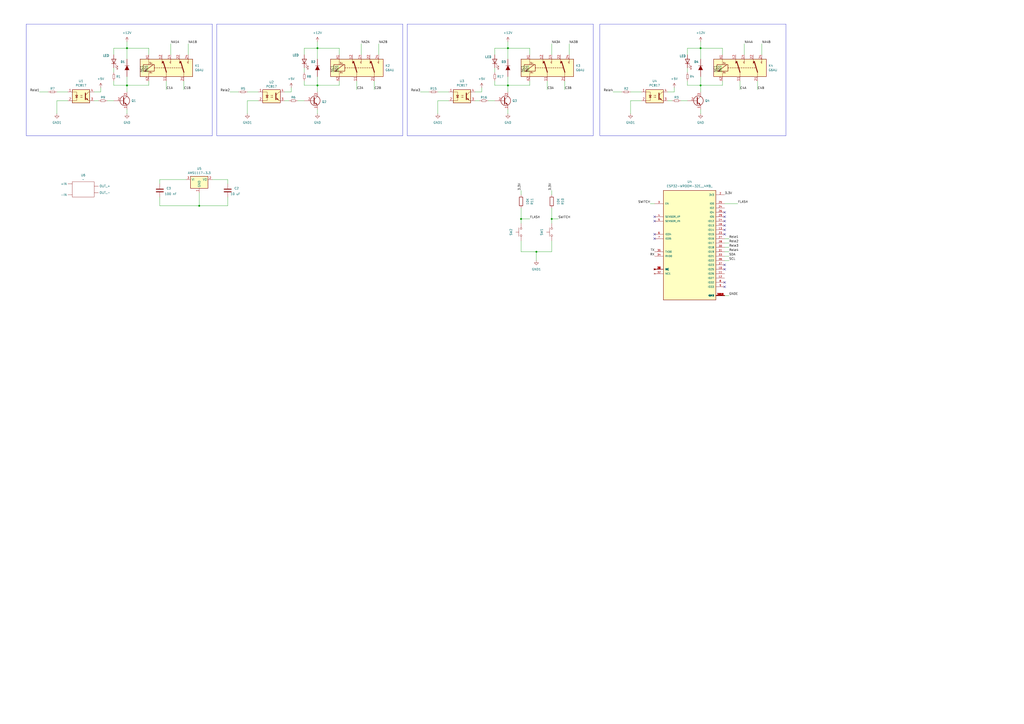
<source format=kicad_sch>
(kicad_sch (version 20250114) (generator "eeschema") (generator_version "9.0")
  (paper "A2")
  (lib_symbols
    (symbol "Connector:Conn_01x04_Pin" (pin_names (offset 1.016) (hide yes))
      (property "Reference" "J" (at 0 5.08 0))
      (property "Value" "Conn_01x04_Pin" (at 0 -7.62 0))
      (symbol "Conn_01x04_Pin_1_1"
        (rectangle (start 0.8636 2.667) (end 0 2.413) (stroke (width 0.1524)) (fill (type outline)))
        (rectangle (start 0.8636 0.127) (end 0 -0.127) (stroke (width 0.1524)) (fill (type outline)))
        (rectangle (start 0.8636 -2.413) (end 0 -2.667) (stroke (width 0.1524)) (fill (type outline)))
        (rectangle (start 0.8636 -4.953) (end 0 -5.207) (stroke (width 0.1524)) (fill (type outline)))
        (polyline (pts (xy 1.27 2.54) (xy 0.8636 2.54)) (stroke (width 0.1524)))
        (polyline (pts (xy 1.27 0) (xy 0.8636 0)) (stroke (width 0.1524)))
        (polyline (pts (xy 1.27 -2.54) (xy 0.8636 -2.54)) (stroke (width 0.1524)))
        (polyline (pts (xy 1.27 -5.08) (xy 0.8636 -5.08)) (stroke (width 0.1524)))
        (pin passive line (at 5.08 2.54 180) (length 3.81) (name "Pin_1") (number "1"))
        (pin passive line (at 5.08 0 180) (length 3.81) (name "Pin_2") (number "2"))
        (pin passive line (at 5.08 -2.54 180) (length 3.81) (name "Pin_3") (number "3"))
        (pin passive line (at 5.08 -5.08 180) (length 3.81) (name "Pin_4") (number "4"))
      )
    )
    (symbol "Connector:Screw_Terminal_01x02" (pin_names (offset 1.016) (hide yes))
      (property "Reference" "J" (at 0 2.54 0))
      (property "Value" "Screw_Terminal_01x02" (at 0 -5.08 0))
      (symbol "Screw_Terminal_01x02_1_1"
        (rectangle (start -1.27 1.27) (end 1.27 -3.81) (stroke (width 0.254)) (fill (type background)))
        (polyline (pts (xy -0.5334 0.3302) (xy 0.3302 -0.508)) (stroke (width 0.1524)))
        (polyline (pts (xy -0.5334 -2.2098) (xy 0.3302 -3.048)) (stroke (width 0.1524)))
        (polyline (pts (xy -0.3556 0.508) (xy 0.508 -0.3302)) (stroke (width 0.1524)))
        (polyline (pts (xy -0.3556 -2.032) (xy 0.508 -2.8702)) (stroke (width 0.1524)))
        (circle (center 0 0) (radius 0.635) (stroke (width 0.1524)))
        (circle (center 0 -2.54) (radius 0.635) (stroke (width 0.1524)))
        (pin passive line (at -5.08 0 0) (length 3.81) (name "Pin_1") (number "1"))
        (pin passive line (at -5.08 -2.54 0) (length 3.81) (name "Pin_2") (number "2"))
      )
    )
    (symbol "Connector_Generic:Conn_02x02_Counter_Clockwise" (pin_names (offset 1.016) (hide yes))
      (property "Reference" "J" (at 1.27 2.54 0))
      (property "Value" "Conn_02x02_Counter_Clockwise" (at 1.27 -5.08 0))
      (symbol "Conn_02x02_Counter_Clockwise_1_1"
        (rectangle (start -1.27 1.27) (end 3.81 -3.81) (stroke (width 0.254)) (fill (type background)))
        (rectangle (start -1.27 0.127) (end 0 -0.127) (stroke (width 0.1524)))
        (rectangle (start -1.27 -2.413) (end 0 -2.667) (stroke (width 0.1524)))
        (rectangle (start 3.81 0.127) (end 2.54 -0.127) (stroke (width 0.1524)))
        (rectangle (start 3.81 -2.413) (end 2.54 -2.667) (stroke (width 0.1524)))
        (pin passive line (at -5.08 0 0) (length 3.81) (name "Pin_1") (number "1"))
        (pin passive line (at -5.08 -2.54 0) (length 3.81) (name "Pin_2") (number "2"))
        (pin passive line (at 7.62 0 180) (length 3.81) (name "Pin_4") (number "4"))
        (pin passive line (at 7.62 -2.54 180) (length 3.81) (name "Pin_3") (number "3"))
      )
    )
    (symbol "Device:C" (pin_numbers (hide yes)) (pin_names (offset 0.254))
      (property "Reference" "C" (at 0.635 2.54 0))
      (property "Value" "C" (at 0.635 -2.54 0))
      (symbol "C_0_1"
        (polyline (pts (xy -2.032 0.762) (xy 2.032 0.762)) (stroke (width 0.508)))
        (polyline (pts (xy -2.032 -0.762) (xy 2.032 -0.762)) (stroke (width 0.508)))
      )
      (symbol "C_1_1"
        (pin passive line (at 0 3.81 270) (length 2.794) (name "~") (number "1"))
        (pin passive line (at 0 -3.81 90) (length 2.794) (name "~") (number "2"))
      )
    )
    (symbol "Device:LED" (pin_numbers (hide yes)) (pin_names (offset 1.016) (hide yes))
      (property "Reference" "D" (at 0 2.54 0))
      (property "Value" "LED" (at 0 -2.54 0))
      (symbol "LED_0_1"
        (polyline (pts (xy -3.048 -0.762) (xy -4.572 -2.286) (xy -3.81 -2.286) (xy -4.572 -2.286) (xy -4.572 -1.524)))
        (polyline (pts (xy -1.778 -0.762) (xy -3.302 -2.286) (xy -2.54 -2.286) (xy -3.302 -2.286) (xy -3.302 -1.524)))
        (polyline (pts (xy -1.27 0) (xy 1.27 0)))
        (polyline (pts (xy -1.27 -1.27) (xy -1.27 1.27)) (stroke (width 0.254)))
        (polyline (pts (xy 1.27 -1.27) (xy 1.27 1.27) (xy -1.27 0) (xy 1.27 -1.27)) (stroke (width 0.254)))
      )
      (symbol "LED_1_1"
        (pin passive line (at -3.81 0 0) (length 2.54) (name "K") (number "1"))
        (pin passive line (at 3.81 0 180) (length 2.54) (name "A") (number "2"))
      )
    )
    (symbol "Device:R" (pin_numbers (hide yes)) (pin_names (offset 0))
      (property "Reference" "R" (at 2.032 0 90))
      (property "Value" "R" (at 0 0 90))
      (symbol "R_0_1"
        (rectangle (start -1.016 -2.54) (end 1.016 2.54) (stroke (width 0.254)))
      )
      (symbol "R_1_1"
        (pin passive line (at 0 3.81 270) (length 1.27) (name "~") (number "1"))
        (pin passive line (at 0 -3.81 90) (length 1.27) (name "~") (number "2"))
      )
    )
    (symbol "EESTN5:DIODE" (pin_numbers (hide yes)) (pin_names (offset 1.016) (hide yes))
      (property "Reference" "D" (at 0 2.54 0))
      (property "Value" "DIODE" (at 0 -2.54 0))
      (symbol "DIODE_0_1"
        (polyline (pts (xy -1.27 1.27) (xy 1.27 0) (xy -1.27 -1.27)) (fill (type outline)))
        (polyline (pts (xy 1.27 1.27) (xy 1.27 -1.27)) (stroke (width 0.1524)))
      )
      (symbol "DIODE_1_1"
        (pin passive line (at -5.08 0 0) (length 3.81) (name "A") (number "1"))
        (pin passive line (at 5.08 0 180) (length 3.81) (name "K") (number "2"))
      )
    )
    (symbol "EESTN5:R" (pin_numbers (hide yes)) (pin_names (offset 0))
      (property "Reference" "R" (at -1.27 0 90))
      (property "Value" "R" (at 1.27 0 90))
      (symbol "R_0_1"
        (rectangle (start 0.508 1.27) (end -0.508 -1.27))
      )
      (symbol "R_1_1"
        (pin passive line (at 0 2.54 270) (length 1.27) (name "~") (number "1"))
        (pin passive line (at 0 -2.54 90) (length 1.27) (name "~") (number "2"))
      )
    )
    (symbol "EESTN5:SW_Push" (pin_numbers (hide yes)) (pin_names (offset 1.016) (hide yes))
      (property "Reference" "SW" (at 1.27 2.54 0))
      (symbol "SW_Push_0_1"
        (circle (center -2.032 0) (radius 0.508))
        (polyline (pts (xy 0 1.27) (xy 0 3.048)))
        (circle (center 2.032 0) (radius 0.508))
        (polyline (pts (xy 2.54 1.27) (xy -2.54 1.27)))
        (pin passive line (at -5.08 0 0) (length 2.54) (name "1") (number "1"))
        (pin passive line (at 5.08 0 180) (length 2.54) (name "2") (number "2"))
      )
    )
    (symbol "ESP32-WROOM-32E__4MB_:ESP32-WROOM-32E__4MB_" (pin_names (offset 1.016))
      (property "Reference" "U" (at -15.24 33.909 0))
      (property "Value" "ESP32-WROOM-32E__4MB_" (at -15.24 -33.02 0))
      (symbol "ESP32-WROOM-32E__4MB__0_0"
        (rectangle (start -15.24 -30.48) (end 15.24 33.02) (stroke (width 0.254)) (fill (type background)))
        (pin input line (at -20.32 25.4 0) (length 5.08) (name "EN") (number "3"))
        (pin input line (at -20.32 17.78 0) (length 5.08) (name "SENSOR_VP") (number "4"))
        (pin input line (at -20.32 15.24 0) (length 5.08) (name "SENSOR_VN") (number "5"))
        (pin input line (at -20.32 7.62 0) (length 5.08) (name "IO34") (number "6"))
        (pin input line (at -20.32 5.08 0) (length 5.08) (name "IO35") (number "7"))
        (pin bidirectional line (at -20.32 -2.54 0) (length 5.08) (name "TXD0") (number "35"))
        (pin bidirectional line (at -20.32 -5.08 0) (length 5.08) (name "RXD0") (number "34"))
        (pin no_connect line (at -20.32 -12.7 0) (length 5.08) (name "NC") (number "17"))
        (pin no_connect line (at -20.32 -12.7 0) (length 5.08) (name "NC") (number "18"))
        (pin no_connect line (at -20.32 -12.7 0) (length 5.08) (name "NC") (number "19"))
        (pin no_connect line (at -20.32 -12.7 0) (length 5.08) (name "NC") (number "20"))
        (pin no_connect line (at -20.32 -12.7 0) (length 5.08) (name "NC") (number "21"))
        (pin no_connect line (at -20.32 -12.7 0) (length 5.08) (name "NC") (number "22"))
        (pin no_connect line (at -20.32 -15.24 0) (length 5.08) (name "NC1") (number "32"))
        (pin power_in line (at 20.32 30.48 180) (length 5.08) (name "3V3") (number "2"))
        (pin bidirectional line (at 20.32 25.4 180) (length 5.08) (name "IO0") (number "25"))
        (pin bidirectional line (at 20.32 22.86 180) (length 5.08) (name "IO2") (number "24"))
        (pin bidirectional line (at 20.32 20.32 180) (length 5.08) (name "IO4") (number "26"))
        (pin bidirectional line (at 20.32 17.78 180) (length 5.08) (name "IO5") (number "29"))
        (pin bidirectional line (at 20.32 15.24 180) (length 5.08) (name "IO12") (number "14"))
        (pin bidirectional line (at 20.32 12.7 180) (length 5.08) (name "IO13") (number "16"))
        (pin bidirectional line (at 20.32 10.16 180) (length 5.08) (name "IO14") (number "13"))
        (pin bidirectional line (at 20.32 7.62 180) (length 5.08) (name "IO15") (number "23"))
        (pin bidirectional line (at 20.32 5.08 180) (length 5.08) (name "IO16") (number "27"))
        (pin bidirectional line (at 20.32 2.54 180) (length 5.08) (name "IO17") (number "28"))
        (pin bidirectional line (at 20.32 0 180) (length 5.08) (name "IO18") (number "30"))
        (pin bidirectional line (at 20.32 -2.54 180) (length 5.08) (name "IO19") (number "31"))
        (pin bidirectional line (at 20.32 -5.08 180) (length 5.08) (name "IO21") (number "33"))
        (pin bidirectional line (at 20.32 -7.62 180) (length 5.08) (name "IO22") (number "36"))
        (pin bidirectional line (at 20.32 -10.16 180) (length 5.08) (name "IO23") (number "37"))
        (pin bidirectional line (at 20.32 -12.7 180) (length 5.08) (name "IO25") (number "10"))
        (pin bidirectional line (at 20.32 -15.24 180) (length 5.08) (name "IO26") (number "11"))
        (pin bidirectional line (at 20.32 -17.78 180) (length 5.08) (name "IO27") (number "12"))
        (pin bidirectional line (at 20.32 -20.32 180) (length 5.08) (name "IO32") (number "8"))
        (pin bidirectional line (at 20.32 -22.86 180) (length 5.08) (name "IO33") (number "9"))
        (pin power_in line (at 20.32 -27.94 180) (length 5.08) (name "GND") (number "1"))
        (pin power_in line (at 20.32 -27.94 180) (length 5.08) (name "GND") (number "15"))
        (pin power_in line (at 20.32 -27.94 180) (length 5.08) (name "GND") (number "38"))
        (pin power_in line (at 20.32 -27.94 180) (length 5.08) (name "GND") (number "39_1"))
        (pin power_in line (at 20.32 -27.94 180) (length 5.08) (name "GND") (number "39_2"))
        (pin power_in line (at 20.32 -27.94 180) (length 5.08) (name "GND") (number "39_3"))
        (pin power_in line (at 20.32 -27.94 180) (length 5.08) (name "GND") (number "39_4"))
        (pin power_in line (at 20.32 -27.94 180) (length 5.08) (name "GND") (number "39_5"))
        (pin power_in line (at 20.32 -27.94 180) (length 5.08) (name "GND") (number "39_6"))
        (pin power_in line (at 20.32 -27.94 180) (length 5.08) (name "GND") (number "39_7"))
        (pin power_in line (at 20.32 -27.94 180) (length 5.08) (name "GND") (number "39_8"))
        (pin power_in line (at 20.32 -27.94 180) (length 5.08) (name "GND") (number "39_9"))
      )
    )
    (symbol "Isolator:PC817" (pin_names (offset 1.016))
      (property "Reference" "U" (at -5.08 5.08 0))
      (property "Value" "PC817" (at 0 5.08 0))
      (symbol "PC817_0_1"
        (rectangle (start -5.08 3.81) (end 5.08 -3.81) (stroke (width 0.254)) (fill (type background)))
        (polyline (pts (xy -5.08 2.54) (xy -2.54 2.54) (xy -2.54 -0.635)))
        (polyline (pts (xy -3.175 -0.635) (xy -1.905 -0.635)) (stroke (width 0.254)))
        (polyline (pts (xy -2.54 -0.635) (xy -2.54 -2.54) (xy -5.08 -2.54)))
        (polyline (pts (xy -2.54 -0.635) (xy -3.175 0.635) (xy -1.905 0.635) (xy -2.54 -0.635)) (stroke (width 0.254)))
        (polyline (pts (xy -0.508 0.508) (xy 0.762 0.508) (xy 0.381 0.381) (xy 0.381 0.635) (xy 0.762 0.508)))
        (polyline (pts (xy -0.508 -0.508) (xy 0.762 -0.508) (xy 0.381 -0.635) (xy 0.381 -0.381) (xy 0.762 -0.508)))
        (polyline (pts (xy 2.54 1.905) (xy 2.54 -1.905) (xy 2.54 -1.905)) (stroke (width 0.508)))
        (polyline (pts (xy 2.54 0.635) (xy 4.445 2.54)))
        (polyline (pts (xy 3.048 -1.651) (xy 3.556 -1.143) (xy 4.064 -2.159) (xy 3.048 -1.651) (xy 3.048 -1.651)) (fill (type outline)))
        (polyline (pts (xy 4.445 2.54) (xy 5.08 2.54)))
        (polyline (pts (xy 4.445 -2.54) (xy 2.54 -0.635)) (fill (type outline)))
        (polyline (pts (xy 4.445 -2.54) (xy 5.08 -2.54)))
      )
      (symbol "PC817_1_1"
        (pin passive line (at -7.62 2.54 0) (length 2.54) (name "~") (number "1"))
        (pin passive line (at -7.62 -2.54 0) (length 2.54) (name "~") (number "2"))
        (pin passive line (at 7.62 2.54 180) (length 2.54) (name "~") (number "4"))
        (pin passive line (at 7.62 -2.54 180) (length 2.54) (name "~") (number "3"))
      )
    )
    (symbol "Regulator_Linear:AMS1117-3.3"
      (property "Reference" "U" (at -3.81 3.175 0))
      (property "Value" "AMS1117-3.3" (at 0 3.175 0))
      (symbol "AMS1117-3.3_0_1"
        (rectangle (start -5.08 -5.08) (end 5.08 1.905) (stroke (width 0.254)) (fill (type background)))
      )
      (symbol "AMS1117-3.3_1_1"
        (pin power_in line (at -7.62 0 0) (length 2.54) (name "VI") (number "3"))
        (pin power_in line (at 0 -7.62 90) (length 2.54) (name "GND") (number "1"))
        (pin power_out line (at 7.62 0 180) (length 2.54) (name "VO") (number "2"))
      )
    )
    (symbol "Regulator_Linear:LM7805_TO220" (pin_names (offset 0.254))
      (property "Reference" "U" (at -3.81 3.175 0))
      (property "Value" "LM7805_TO220" (at 0 3.175 0))
      (symbol "LM7805_TO220_0_1"
        (rectangle (start -5.08 1.905) (end 5.08 -5.08) (stroke (width 0.254)) (fill (type background)))
      )
      (symbol "LM7805_TO220_1_1"
        (pin power_in line (at -7.62 0 0) (length 2.54) (name "VI") (number "1"))
        (pin power_in line (at 0 -7.62 90) (length 2.54) (name "GND") (number "2"))
        (pin power_out line (at 7.62 0 180) (length 2.54) (name "VO") (number "3"))
      )
    )
    (symbol "Relay:G6AU"
      (property "Reference" "K" (at 16.51 3.81 0))
      (property "Value" "G6AU" (at 16.51 1.27 0))
      (symbol "G6AU_0_1"
        (rectangle (start -13.335 1.905) (end -6.985 -1.905) (stroke (width 0.254)))
        (polyline (pts (xy -12.7 -1.905) (xy -7.62 1.905)) (stroke (width 0.254)))
        (polyline (pts (xy -10.16 5.08) (xy -10.16 1.905)))
        (polyline (pts (xy -10.16 -5.08) (xy -10.16 -1.905)))
        (polyline (pts (xy -6.985 0) (xy -6.35 0)) (stroke (width 0.254)))
        (polyline (pts (xy -5.715 0) (xy -5.08 0)) (stroke (width 0.254)))
        (polyline (pts (xy -4.445 0) (xy -3.81 0)) (stroke (width 0.254)))
        (polyline (pts (xy -3.175 0) (xy -2.54 0)) (stroke (width 0.254)))
        (polyline (pts (xy -2.54 5.08) (xy -2.54 2.54) (xy -1.905 3.175) (xy -2.54 3.81)) (fill (type outline)))
        (polyline (pts (xy -1.905 0) (xy -1.27 0)) (stroke (width 0.254)))
        (polyline (pts (xy -0.635 0) (xy 0 0)) (stroke (width 0.254)))
        (polyline (pts (xy 0 -2.54) (xy -1.905 3.81)) (stroke (width 0.508)))
        (polyline (pts (xy 0 -2.54) (xy 0 -5.08)))
        (polyline (pts (xy 0.635 0) (xy 1.27 0)) (stroke (width 0.254)))
        (polyline (pts (xy 1.905 0) (xy 2.54 0)) (stroke (width 0.254)))
        (polyline (pts (xy 2.54 5.08) (xy 2.54 2.54) (xy 1.905 3.175) (xy 2.54 3.81)))
        (polyline (pts (xy 3.175 0) (xy 3.81 0)) (stroke (width 0.254)))
        (polyline (pts (xy 4.445 0) (xy 5.08 0)) (stroke (width 0.254)))
        (polyline (pts (xy 5.715 0) (xy 6.35 0)) (stroke (width 0.254)))
        (polyline (pts (xy 6.985 0) (xy 7.62 0)) (stroke (width 0.254)))
        (polyline (pts (xy 7.62 5.08) (xy 7.62 2.54) (xy 8.255 3.175) (xy 7.62 3.81)) (fill (type outline)))
        (polyline (pts (xy 8.255 0) (xy 8.89 0)) (stroke (width 0.254)))
        (polyline (pts (xy 10.16 -2.54) (xy 8.255 3.81)) (stroke (width 0.508)))
        (polyline (pts (xy 10.16 -2.54) (xy 10.16 -5.08)))
        (polyline (pts (xy 12.7 5.08) (xy 12.7 2.54) (xy 12.065 3.175) (xy 12.7 3.81)))
      )
      (symbol "G6AU_1_0"
        (text "S+" (at -8.89 2.794 0) (effects (font (size 0.762 0.762))))
        (text "R+" (at -8.89 -2.794 0) (effects (font (size 0.762 0.762))))
      )
      (symbol "G6AU_1_1"
        (rectangle (start -15.24 5.08) (end 15.24 -5.08) (stroke (width 0.254)) (fill (type background)))
        (pin passive line (at -10.16 7.62 270) (length 2.54) (name "~") (number "A1"))
        (pin passive line (at -10.16 -7.62 90) (length 2.54) (name "~") (number "A2"))
        (pin passive line (at -2.54 7.62 270) (length 2.54) (name "~") (number "12"))
        (pin passive line (at 0 -7.62 90) (length 2.54) (name "~") (number "11"))
        (pin passive line (at 2.54 7.62 270) (length 2.54) (name "~") (number "14"))
        (pin passive line (at 7.62 7.62 270) (length 2.54) (name "~") (number "22"))
        (pin passive line (at 10.16 -7.62 90) (length 2.54) (name "~") (number "21"))
        (pin passive line (at 12.7 7.62 270) (length 2.54) (name "~") (number "24"))
      )
    )
    (symbol "Transistor_BJT:2N3904" (pin_names (offset 0) (hide yes))
      (property "Reference" "Q" (at 5.08 1.905 0))
      (property "Value" "2N3904" (at 5.08 0 0))
      (symbol "2N3904_0_1"
        (polyline (pts (xy 0.635 1.905) (xy 0.635 -1.905) (xy 0.635 -1.905)) (stroke (width 0.508)))
        (polyline (pts (xy 0.635 0.635) (xy 2.54 2.54)))
        (polyline (pts (xy 0.635 -0.635) (xy 2.54 -2.54) (xy 2.54 -2.54)))
        (circle (center 1.27 0) (radius 2.8194) (stroke (width 0.254)))
        (polyline (pts (xy 1.27 -1.778) (xy 1.778 -1.27) (xy 2.286 -2.286) (xy 1.27 -1.778) (xy 1.27 -1.778)) (fill (type outline)))
      )
      (symbol "2N3904_1_1"
        (pin passive line (at -5.08 0 0) (length 5.715) (name "B") (number "2"))
        (pin passive line (at 2.54 5.08 270) (length 2.54) (name "C") (number "3"))
        (pin passive line (at 2.54 -5.08 90) (length 2.54) (name "E") (number "1"))
      )
    )
    (symbol "mini360:power"
      (property "Reference" "U" (at 0 0 0))
      (symbol "power_0_1"
        (rectangle (start -6.35 3.81) (end 6.35 -5.08))
      )
      (symbol "power_1_1"
        (pin power_in line (at -6.35 2.54 180) (length 2.54) (name "+IN") (number ""))
        (pin power_in line (at -6.35 -3.81 180) (length 2.54) (name "-IN") (number ""))
        (pin power_out line (at 6.35 1.27 0) (length 2.54) (name "OUT_+") (number ""))
        (pin power_out line (at 6.35 -2.54 0) (length 2.54) (name "OUT_-") (number ""))
      )
    )
    (symbol "power:+12V" (power) (pin_numbers (hide yes)) (pin_names (offset 0) (hide yes))
      (property "Value" "+12V" (at 0 3.556 0))
      (symbol "+12V_0_1"
        (polyline (pts (xy -0.762 1.27) (xy 0 2.54)))
        (polyline (pts (xy 0 2.54) (xy 0.762 1.27)))
        (polyline (pts (xy 0 0) (xy 0 2.54)))
      )
      (symbol "+12V_1_1"
        (pin power_in line (at 0 0 90) (length 0) (name "~") (number "1"))
      )
    )
    (symbol "power:+5V" (power) (pin_numbers (hide yes)) (pin_names (offset 0) (hide yes))
      (property "Value" "+5V" (at 0 3.556 0))
      (symbol "+5V_0_1"
        (polyline (pts (xy -0.762 1.27) (xy 0 2.54)))
        (polyline (pts (xy 0 2.54) (xy 0.762 1.27)))
        (polyline (pts (xy 0 0) (xy 0 2.54)))
      )
      (symbol "+5V_1_1"
        (pin power_in line (at 0 0 90) (length 0) (name "~") (number "1"))
      )
    )
    (symbol "power:GND" (power) (pin_numbers (hide yes)) (pin_names (offset 0) (hide yes))
      (property "Value" "GND" (at 0 -3.81 0))
      (symbol "GND_0_1"
        (polyline (pts (xy 0 0) (xy 0 -1.27) (xy 1.27 -1.27) (xy 0 -2.54) (xy -1.27 -1.27) (xy 0 -1.27)))
      )
      (symbol "GND_1_1"
        (pin power_in line (at 0 0 270) (length 0) (name "~") (number "1"))
      )
    )
    (symbol "power:GND1" (power) (pin_numbers (hide yes)) (pin_names (offset 0) (hide yes))
      (property "Value" "GND1" (at 0 -3.81 0))
      (symbol "GND1_0_1"
        (polyline (pts (xy 0 0) (xy 0 -1.27) (xy 1.27 -1.27) (xy 0 -2.54) (xy -1.27 -1.27) (xy 0 -1.27)))
      )
      (symbol "GND1_1_1"
        (pin power_in line (at 0 0 270) (length 0) (name "~") (number "1"))
      )
    )
  )
  (rectangle (start 125.73 13.97) (end 233.68 78.74))
  (rectangle (start 347.98 13.97) (end 455.93 78.74))
  (rectangle (start 236.22 13.97) (end 344.17 78.74))
  (rectangle (start 15.24 13.97) (end 123.19 78.74))
  (text "USB\n" (at -50.292 44.45 0) (effects (font (size 1.27 1.27))))
  (text "Regulador 5v\n" (at -390.398 116.332 0) (effects (font (size 1.27 1.27) (thickness 0.254) (bold yes))))
  (text "REGULADOR 3.3V\n" (at -263.906 110.236 0) (effects (font (size 1.27 1.27))))
  (junction (at -382.27 127))
  (junction (at 294.64 49.53))
  (junction (at 320.04 127))
  (junction (at 73.66 27.94))
  (junction (at -48.26 66.04))
  (junction (at 406.4 49.53))
  (junction (at -393.7 137.16))
  (junction (at 406.4 27.94))
  (junction (at 184.15 27.94))
  (junction (at -280.67 130.81))
  (junction (at 115.57 119.38))
  (junction (at 73.66 49.53))
  (junction (at -392.43 127))
  (junction (at -285.75 130.81))
  (junction (at -369.57 137.16))
  (junction (at 311.15 146.05))
  (junction (at 294.64 27.94))
  (junction (at 302.26 127))
  (junction (at -382.27 137.16))
  (junction (at -356.87 127))
  (junction (at -245.11 130.81))
  (junction (at 184.15 49.53))
  (no_connect (at 379.73 128.27))
  (no_connect (at 420.37 156.21))
  (no_connect (at 420.37 128.27))
  (no_connect (at 420.37 166.37))
  (no_connect (at 420.37 133.35))
  (no_connect (at 420.37 153.67))
  (no_connect (at 379.73 138.43))
  (no_connect (at 420.37 130.81))
  (no_connect (at 420.37 123.19))
  (no_connect (at 379.73 135.89))
  (no_connect (at 420.37 135.89))
  (no_connect (at 420.37 125.73))
  (no_connect (at 379.73 125.73))
  (no_connect (at 420.37 163.83))
  (wire (pts (xy 320.04 110.49) (xy 320.04 113.03)))
  (wire (pts (xy 85.725 41.91) (xy 85.725 38.1)))
  (wire (pts (xy 304.165 41.91) (xy 304.165 38.1)))
  (wire (pts (xy 420.37 140.97) (xy 422.91 140.97)))
  (wire (pts (xy 317.5 46.99) (xy 317.5 52.07)))
  (wire (pts (xy 115.57 119.38) (xy 132.08 119.38)))
  (bus (pts (xy -31.75 41.91) (xy -69.85 41.91)))
  (wire (pts (xy 184.15 44.45) (xy 184.15 49.53)))
  (wire (pts (xy 279.4 50.8) (xy 279.4 53.34)))
  (wire (pts (xy 420.37 148.59) (xy 422.91 148.59)))
  (wire (pts (xy 420.37 138.43) (xy 422.91 138.43)))
  (wire (pts (xy 398.78 31.75) (xy 398.78 27.94)))
  (wire (pts (xy 184.15 34.29) (xy 184.15 27.94)))
  (wire (pts (xy 294.64 63.5) (xy 294.64 66.04)))
  (wire (pts (xy 254 58.42) (xy 254 66.04)))
  (wire (pts (xy 418.465 41.91) (xy 418.465 38.1)))
  (wire (pts (xy 311.15 146.05) (xy 320.04 146.05)))
  (wire (pts (xy -369.57 137.16) (xy -356.87 137.16)))
  (wire (pts (xy 302.26 127) (xy 302.26 129.54)))
  (wire (pts (xy 207.01 46.99) (xy 207.01 52.07)))
  (wire (pts (xy 66.04 39.37) (xy 66.04 41.91)))
  (wire (pts (xy 33.02 53.34) (xy 39.37 53.34)))
  (wire (pts (xy -279.4 125.73) (xy -280.67 125.73)))
  (wire (pts (xy 365.76 53.34) (xy 372.11 53.34)))
  (wire (pts (xy 302.26 139.7) (xy 302.26 146.05)))
  (wire (pts (xy 307.34 27.94) (xy 307.34 31.75)))
  (wire (pts (xy 196.85 46.99) (xy 196.85 49.53)))
  (wire (pts (xy 406.4 44.45) (xy 406.4 49.53)))
  (wire (pts (xy 406.4 27.94) (xy 419.1 27.94)))
  (wire (pts (xy 143.51 58.42) (xy 143.51 66.04)))
  (wire (pts (xy 39.37 58.42) (xy 33.02 58.42)))
  (wire (pts (xy 422.91 171.45) (xy 420.37 171.45)))
  (wire (pts (xy 109.22 25.4) (xy 109.22 31.75)))
  (wire (pts (xy -393.7 140.97) (xy -393.7 137.16)))
  (wire (pts (xy 184.15 49.53) (xy 184.15 53.34)))
  (wire (pts (xy 302.26 146.05) (xy 311.15 146.05)))
  (wire (pts (xy -392.43 127) (xy -382.27 127)))
  (wire (pts (xy 217.17 46.99) (xy 217.17 52.07)))
  (wire (pts (xy 287.02 39.37) (xy 287.02 41.91)))
  (wire (pts (xy 132.08 114.3) (xy 132.08 119.38)))
  (wire (pts (xy 429.26 46.99) (xy 429.26 52.07)))
  (wire (pts (xy -369.57 137.16) (xy -369.57 134.62)))
  (wire (pts (xy 176.53 39.37) (xy 176.53 41.91)))
  (wire (pts (xy 398.78 46.99) (xy 398.78 49.53)))
  (wire (pts (xy 420.37 118.11) (xy 427.99 118.11)))
  (wire (pts (xy -245.11 115.57) (xy -245.11 110.49)))
  (wire (pts (xy 391.16 53.34) (xy 387.35 53.34)))
  (wire (pts (xy 176.53 31.75) (xy 176.53 27.94)))
  (bus (pts (xy -69.85 41.91) (xy -69.85 66.04)))
  (wire (pts (xy 92.71 119.38) (xy 115.57 119.38)))
  (wire (pts (xy 92.71 114.3) (xy 92.71 119.38)))
  (wire (pts (xy 406.4 49.53) (xy 419.1 49.53)))
  (wire (pts (xy -280.67 130.81) (xy -273.05 130.81)))
  (wire (pts (xy 243.84 53.34) (xy 248.92 53.34)))
  (wire (pts (xy -245.11 110.49) (xy -241.3 110.49)))
  (wire (pts (xy 66.04 46.99) (xy 66.04 49.53)))
  (wire (pts (xy 420.37 143.51) (xy 422.91 143.51)))
  (wire (pts (xy 391.16 50.8) (xy 391.16 53.34)))
  (wire (pts (xy 398.78 39.37) (xy 398.78 41.91)))
  (wire (pts (xy 294.64 27.94) (xy 307.34 27.94)))
  (wire (pts (xy 92.71 106.68) (xy 92.71 104.14)))
  (wire (pts (xy 327.66 46.99) (xy 327.66 52.07)))
  (wire (pts (xy 115.57 111.76) (xy 115.57 119.38)))
  (wire (pts (xy 66.04 49.53) (xy 73.66 49.53)))
  (wire (pts (xy 365.76 58.42) (xy 365.76 66.04)))
  (wire (pts (xy 394.97 58.42) (xy 398.78 58.42)))
  (bus (pts (xy -31.75 66.04) (xy -31.75 41.91)))
  (wire (pts (xy 168.91 53.34) (xy 165.1 53.34)))
  (wire (pts (xy 184.15 24.13) (xy 184.15 27.94)))
  (wire (pts (xy 184.15 49.53) (xy 196.85 49.53)))
  (wire (pts (xy 132.08 104.14) (xy 132.08 106.68)))
  (wire (pts (xy 441.96 25.4) (xy 441.96 31.75)))
  (wire (pts (xy 279.4 53.34) (xy 275.59 53.34)))
  (wire (pts (xy 209.55 25.4) (xy 209.55 31.75)))
  (wire (pts (xy -356.87 134.62) (xy -356.87 137.16)))
  (wire (pts (xy 307.34 46.99) (xy 307.34 49.53)))
  (wire (pts (xy 196.215 41.91) (xy 196.215 38.1)))
  (wire (pts (xy -288.29 124.46) (xy -288.29 123.19)))
  (wire (pts (xy -382.27 127) (xy -377.19 127)))
  (wire (pts (xy -393.7 129.54) (xy -393.7 137.16)))
  (bus (pts (xy -69.85 66.04) (xy -48.26 66.04)))
  (wire (pts (xy 398.78 27.94) (xy 406.4 27.94)))
  (wire (pts (xy 302.26 110.49) (xy 302.26 113.03)))
  (wire (pts (xy -393.7 137.16) (xy -382.27 137.16)))
  (bus (pts (xy -48.26 66.04) (xy -31.75 66.04)))
  (wire (pts (xy 73.66 34.29) (xy 73.66 27.94)))
  (wire (pts (xy 283.21 58.42) (xy 287.02 58.42)))
  (wire (pts (xy 219.71 25.4) (xy 219.71 31.75)))
  (wire (pts (xy 287.02 31.75) (xy 287.02 27.94)))
  (wire (pts (xy 92.71 104.14) (xy 107.95 104.14)))
  (wire (pts (xy 419.1 46.99) (xy 419.1 49.53)))
  (bus (pts (xy -48.26 66.04) (xy -48.26 64.77)))
  (wire (pts (xy 73.66 44.45) (xy 73.66 49.53)))
  (wire (pts (xy 311.15 146.05) (xy 311.15 151.13)))
  (wire (pts (xy 320.04 25.4) (xy 320.04 31.75)))
  (wire (pts (xy 294.64 49.53) (xy 307.34 49.53)))
  (wire (pts (xy 66.04 31.75) (xy 66.04 27.94)))
  (wire (pts (xy 73.66 24.13) (xy 73.66 27.94)))
  (wire (pts (xy -393.7 127) (xy -392.43 127)))
  (wire (pts (xy 287.02 27.94) (xy 294.64 27.94)))
  (wire (pts (xy -361.95 127) (xy -356.87 127)))
  (wire (pts (xy 372.11 58.42) (xy 365.76 58.42)))
  (wire (pts (xy 294.64 34.29) (xy 294.64 27.94)))
  (wire (pts (xy 406.4 34.29) (xy 406.4 27.94)))
  (wire (pts (xy 172.72 58.42) (xy 176.53 58.42)))
  (wire (pts (xy 355.6 53.34) (xy 360.68 53.34)))
  (wire (pts (xy 377.19 118.11) (xy 379.73 118.11)))
  (wire (pts (xy 302.26 127) (xy 307.34 127)))
  (wire (pts (xy 58.42 53.34) (xy 54.61 53.34)))
  (wire (pts (xy 66.04 27.94) (xy 73.66 27.94)))
  (wire (pts (xy -285.75 130.81) (xy -280.67 130.81)))
  (wire (pts (xy 73.66 27.94) (xy 86.36 27.94)))
  (wire (pts (xy -382.27 137.16) (xy -369.57 137.16)))
  (wire (pts (xy 143.51 53.34) (xy 149.86 53.34)))
  (wire (pts (xy 83.185 41.91) (xy 83.185 38.1)))
  (wire (pts (xy 99.06 25.4) (xy 99.06 31.75)))
  (wire (pts (xy -278.13 140.97) (xy -278.13 138.43)))
  (wire (pts (xy 106.68 46.99) (xy 106.68 52.07)))
  (wire (pts (xy 294.64 44.45) (xy 294.64 49.53)))
  (wire (pts (xy 420.37 151.13) (xy 422.91 151.13)))
  (wire (pts (xy 431.8 25.4) (xy 431.8 31.75)))
  (wire (pts (xy 254 53.34) (xy 260.35 53.34)))
  (wire (pts (xy -257.81 130.81) (xy -245.11 130.81)))
  (wire (pts (xy 306.705 41.91) (xy 306.705 38.1)))
  (wire (pts (xy 193.675 41.91) (xy 193.675 38.1)))
  (wire (pts (xy 184.15 63.5) (xy 184.15 66.04)))
  (wire (pts (xy 439.42 46.99) (xy 439.42 52.07)))
  (wire (pts (xy 176.53 46.99) (xy 176.53 49.53)))
  (wire (pts (xy 419.1 27.94) (xy 419.1 31.75)))
  (wire (pts (xy 22.86 53.34) (xy 27.94 53.34)))
  (wire (pts (xy 415.925 41.91) (xy 415.925 38.1)))
  (wire (pts (xy 133.35 53.34) (xy 138.43 53.34)))
  (wire (pts (xy 149.86 58.42) (xy 143.51 58.42)))
  (wire (pts (xy 275.59 58.42) (xy 278.13 58.42)))
  (wire (pts (xy 320.04 139.7) (xy 320.04 146.05)))
  (wire (pts (xy 73.66 63.5) (xy 73.66 66.04)))
  (wire (pts (xy -245.11 130.81) (xy -245.11 133.35)))
  (wire (pts (xy 196.85 27.94) (xy 196.85 31.75)))
  (wire (pts (xy 387.35 58.42) (xy 389.89 58.42)))
  (wire (pts (xy 260.35 58.42) (xy 254 58.42)))
  (wire (pts (xy 320.04 127) (xy 320.04 129.54)))
  (wire (pts (xy 176.53 27.94) (xy 184.15 27.94)))
  (wire (pts (xy -245.11 130.81) (xy -245.11 123.19)))
  (wire (pts (xy 406.4 24.13) (xy 406.4 27.94)))
  (wire (pts (xy 176.53 49.53) (xy 184.15 49.53)))
  (wire (pts (xy -285.75 123.19) (xy -285.75 130.81)))
  (wire (pts (xy -289.56 130.81) (xy -285.75 130.81)))
  (wire (pts (xy 33.02 58.42) (xy 33.02 66.04)))
  (wire (pts (xy -382.27 134.62) (xy -382.27 137.16)))
  (wire (pts (xy 73.66 49.53) (xy 86.36 49.53)))
  (wire (pts (xy 287.02 46.99) (xy 287.02 49.53)))
  (wire (pts (xy 406.4 63.5) (xy 406.4 66.04)))
  (wire (pts (xy 73.66 49.53) (xy 73.66 53.34)))
  (wire (pts (xy 294.64 49.53) (xy 294.64 53.34)))
  (wire (pts (xy 123.19 104.14) (xy 132.08 104.14)))
  (wire (pts (xy 320.04 120.65) (xy 320.04 127)))
  (wire (pts (xy 86.36 27.94) (xy 86.36 31.75)))
  (wire (pts (xy 168.91 50.8) (xy 168.91 53.34)))
  (wire (pts (xy -392.43 121.92) (xy -392.43 127)))
  (wire (pts (xy 96.52 46.99) (xy 96.52 52.07)))
  (wire (pts (xy 406.4 49.53) (xy 406.4 53.34)))
  (wire (pts (xy 330.2 25.4) (xy 330.2 31.75)))
  (wire (pts (xy 58.42 50.8) (xy 58.42 53.34)))
  (wire (pts (xy 287.02 49.53) (xy 294.64 49.53)))
  (wire (pts (xy 294.64 24.13) (xy 294.64 27.94)))
  (wire (pts (xy 398.78 49.53) (xy 406.4 49.53)))
  (wire (pts (xy 420.37 146.05) (xy 422.91 146.05)))
  (wire (pts (xy 323.85 127) (xy 320.04 127)))
  (wire (pts (xy 54.61 58.42) (xy 57.15 58.42)))
  (wire (pts (xy 302.26 120.65) (xy 302.26 127)))
  (wire (pts (xy 165.1 58.42) (xy 167.64 58.42)))
  (wire (pts (xy 62.23 58.42) (xy 66.04 58.42)))
  (wire (pts (xy -280.67 125.73) (xy -280.67 130.81)))
  (wire (pts (xy 184.15 27.94) (xy 196.85 27.94)))
  (wire (pts (xy 86.36 46.99) (xy 86.36 49.53)))
  (wire (pts (xy -356.87 120.65) (xy -356.87 127)))
  (label "Rele3" (at 243.84 53.34 180))
  (label "GNDE" (at -288.29 124.46 180))
  (label "NA4A" (at 431.8 25.4 0))
  (label "NC1" (at 304.165 41.91 90))
  (label "FLASH" (at 427.99 118.11 0))
  (label "NO1" (at 85.725 41.91 90))
  (label "SWITCH" (at 323.85 127 0))
  (label "C3B" (at 327.66 52.07 0))
  (label "SDA" (at 422.91 148.59 0))
  (label "GNDE" (at -289.56 133.35 0))
  (label "C1A" (at 96.52 52.07 0))
  (label "NC1" (at 415.925 41.91 90))
  (label "5V" (at -302.26 130.81 180))
  (label "Rele1" (at 22.86 53.34 180))
  (label "C3A" (at 317.5 52.07 0))
  (label "C2B" (at 217.17 52.07 0))
  (label "SWITCH" (at 377.19 118.11 180))
  (label "Rele4" (at 422.91 146.05 0))
  (label "NA3A" (at 320.04 25.4 0))
  (label "3.3V" (at -245.11 130.81 0))
  (label "Rele3" (at 422.91 143.51 0))
  (label "3.3V" (at 302.26 110.49 90))
  (label "NA3B" (at 330.2 25.4 0))
  (label "NA1A" (at 99.06 25.4 0))
  (label "GNDE" (at -59.69 55.88 180))
  (label "Rele2" (at 422.91 140.97 0))
  (label "C2A" (at 207.01 52.07 0))
  (label "5VES" (at -59.69 58.42 180))
  (label "FLASH" (at 307.34 127 0))
  (label "RX" (at -59.69 53.34 180))
  (label "TX" (at 379.73 146.05 180))
  (label "VIN" (at -392.43 121.92 0))
  (label "SCL" (at 422.91 151.13 0))
  (label "5VES" (at -279.4 125.73 180))
  (label "GNDE" (at -278.13 140.97 0))
  (label "NO1" (at 196.215 41.91 90))
  (label "GNDE" (at 422.91 171.45 0))
  (label "NC1" (at 193.675 41.91 90))
  (label "3.3V" (at 420.37 113.03 0))
  (label "C4B" (at 439.42 52.07 0))
  (label "C4A" (at 429.26 52.07 0))
  (label "Rele1" (at 422.91 138.43 0))
  (label "GNDE" (at -245.11 140.97 0))
  (label "NA4B" (at 441.96 25.4 0))
  (label "C1B" (at 106.68 52.07 0))
  (label "NC1" (at 83.185 41.91 90))
  (label "Rele2" (at 133.35 53.34 180))
  (label "3.3V" (at 320.04 110.49 90))
  (label "Rele4" (at 355.6 53.34 180))
  (label "NA1B" (at 109.22 25.4 0))
  (label "NA2A" (at 209.55 25.4 0))
  (label "NA2B" (at 219.71 25.4 0))
  (label "GNDE" (at -265.43 138.43 0))
  (label "NO1" (at 306.705 41.91 90))
  (label "GNDE" (at -241.3 110.49 0))
  (label "NO1" (at 418.465 41.91 90))
  (label "RX" (at 379.73 148.59 180))
  (label "TX" (at -59.69 50.8 180))
  (symbol (lib_id "EESTN5:R") (at 363.22 53.34 90) (unit 1)
    (property "Reference" "R2" (at 363.22 51.435 90))
    (property "Value" "1k" (effects (hide yes)))
    (property "Footprint" "Resistor_SMD:R_0805_2012Metric" (effects (hide yes)))
  )
  (symbol (lib_id "EESTN5:R") (at 392.43 58.42 90) (unit 1)
    (property "Reference" "R3" (at 392.43 56.515 90))
    (property "Value" "R" (effects (hide yes)))
    (property "Footprint" "EESTN5:R_0805" (effects (hide yes)))
  )
  (symbol (lib_id "power:+12V") (at 294.64 24.13 0) (unit 1)
    (property "Reference" "#PWR016" (effects (hide yes)))
    (property "Value" "+12V" (at 294.64 19.05 0))
    (property "Description" "Power symbol creates a global label with name \"+12V\"" (effects (hide yes)))
  )
  (symbol (lib_id "EESTN5:DIODE") (at 73.66 39.37 90) (unit 1)
    (property "Reference" "D3" (effects (hide yes)))
    (property "Value" "DIODE" (effects (hide yes)))
    (property "Footprint" "Diode_SMD:D_SMA" (effects (hide yes)))
  )
  (symbol (lib_id "Device:LED") (at 287.02 35.56 90) (unit 1)
    (property "Reference" "D3" (at 290.83 35.8774 90) (effects (justify right)))
    (property "Value" "LED" (at 281.432 33.02 90) (effects (justify right)))
    (property "Footprint" "LED_SMD:LED_0805_2012Metric" (effects (hide yes)))
    (property "Description" "Light emitting diode" (effects (hide yes)))
    (property "Sim.Pins" "1=K 2=A" (effects (hide yes)))
  )
  (symbol (lib_id "ESP32-WROOM-32E__4MB_:ESP32-WROOM-32E__4MB_") (at 400.05 143.51 0) (unit 1)
    (property "Reference" "U4" (at 400.05 105.41 0))
    (property "Value" "ESP32-WROOM-32E__4MB_" (at 400.05 107.95 0))
    (property "Footprint" "RF_Module:ESP32-WROOM-32E" (effects (hide yes)))
    (property "Description" "Espressif Systems" (effects (hide yes)))
    (property "MAXIMUM_PACKAGE_HEIGHT" "3.25mm" (effects (hide yes)))
    (property "Package" "SMD-44 Espressif Systems" (effects (hide yes)))
    (property "Price" "None" (effects (hide yes)))
    (property "Check_prices" "https://www.snapeda.com/parts/ESP32-WROOM-32E%20(4MB)/Espressif+Systems/view-part/?ref=eda" (effects (hide yes)))
    (property "STANDARD" "Manufacturer Recommendations" (effects (hide yes)))
    (property "PARTREV" "1.4" (effects (hide yes)))
    (property "SnapEDA_Link" "https://www.snapeda.com/parts/ESP32-WROOM-32E%20(4MB)/Espressif+Systems/view-part/?ref=snap" (effects (hide yes)))
    (property "MP" "ESP32-WROOM-32E (4MB)" (effects (hide yes)))
    (property "Description_1" "\\nBluetooth, WiFi 802.11b/g/n, Bluetooth v4.2 +EDR, Class 1, 2 and 3 Transceiver Module 2.4GHz ~{} 2.5GHz Integrated, Trace Surface Mount\\n" (effects (hide yes)))
    (property "Availability" "In Stock" (effects (hide yes)))
    (property "MANUFACTURER" "Espressif Systems" (effects (hide yes)))
  )
  (symbol (lib_id "power:GND") (at 406.4 66.04 0) (unit 1)
    (property "Reference" "#PWR09" (effects (hide yes)))
    (property "Value" "GND" (at 406.4 71.12 0))
    (property "Description" "Power symbol creates a global label with name \"GND\" , ground" (effects (hide yes)))
  )
  (symbol (lib_id "EESTN5:SW_Push") (at 320.04 134.62 90) (unit 1)
    (property "Reference" "SW1" (at 314.198 134.62 0))
    (property "Value" "SW_Push" (effects (hide yes)))
    (property "Footprint" "Button_Switch_SMD:SW_SPST_B3U-1000P-B" (effects (hide yes)))
    (property "Description" "Push button switch, generic, two pins" (effects (hide yes)))
  )
  (symbol (lib_id "Device:R") (at 302.26 116.84 0) (unit 1)
    (property "Reference" "R11" (at 308.61 116.84 90))
    (property "Value" "10K" (at 306.07 116.84 90))
    (property "Footprint" "Resistor_SMD:R_0805_2012Metric_Pad1.20x1.40mm_HandSolder" (effects (hide yes)))
    (property "Description" "Resistor" (effects (hide yes)))
  )
  (symbol (lib_id "power:+12V") (at 406.4 24.13 0) (unit 1)
    (property "Reference" "#PWR08" (effects (hide yes)))
    (property "Value" "+12V" (at 406.4 19.05 0))
    (property "Description" "Power symbol creates a global label with name \"+12V\"" (effects (hide yes)))
  )
  (symbol (lib_id "EESTN5:R") (at 66.04 44.45 180) (unit 1)
    (property "Reference" "R1" (at 67.31 44.4499 0) (effects (justify right)))
    (property "Value" "R" (effects (hide yes)))
    (property "Footprint" "Resistor_SMD:R_0805_2012Metric" (effects (hide yes)))
  )
  (symbol (lib_id "Device:C") (at 92.71 110.49 0) (unit 1)
    (property "Reference" "C3" (at 96.52 109.2199 0) (effects (justify left)))
    (property "Value" "100 nF" (at 95.504 112.522 0) (effects (justify left)))
    (property "Footprint" "Capacitor_SMD:C_0805_2012Metric_Pad1.18x1.45mm_HandSolder" (effects (hide yes)))
    (property "Description" "Unpolarized capacitor" (effects (hide yes)))
  )
  (symbol (lib_id "power:+12V") (at 73.66 24.13 0) (unit 1)
    (property "Reference" "#PWR02" (effects (hide yes)))
    (property "Value" "+12V" (at 73.66 19.05 0))
    (property "Description" "Power symbol creates a global label with name \"+12V\"" (effects (hide yes)))
  )
  (symbol (lib_id "Relay:G6AU") (at 96.52 39.37 0) (unit 1)
    (property "Reference" "K1" (at 113.03 38.0999 0) (effects (justify left)))
    (property "Value" "G6AU" (at 113.03 40.6399 0) (effects (justify left)))
    (property "Footprint" "Relay_THT:Relay_DPDT_Omron_G6A" (effects (hide yes)))
    (property "Datasheet" "https://omronfs.omron.com/en_US/ecb/products/pdf/en-g6a.pdf" (effects (hide yes)))
    (property "Description" "Industry-Standard 2-pole relay, designed to switch 2A Signal Loads, Single-winding Latching" (effects (hide yes)))
  )
  (symbol (lib_id "power:+5V") (at 391.16 50.8 0) (unit 1)
    (property "Reference" "#PWR07" (effects (hide yes)))
    (property "Value" "+5V" (at 391.16 45.72 0))
    (property "Description" "Power symbol creates a global label with name \"+5V\"" (effects (hide yes)))
  )
  (symbol (lib_id "EESTN5:R") (at 170.18 58.42 90) (unit 1)
    (property "Reference" "R6" (at 170.18 56.515 90))
    (property "Value" "R" (effects (hide yes)))
    (property "Footprint" "EESTN5:R_0805" (effects (hide yes)))
  )
  (symbol (lib_id "power:GND1") (at 365.76 66.04 0) (unit 1)
    (property "Reference" "#PWR04" (effects (hide yes)))
    (property "Value" "GND1" (at 365.76 71.12 0))
    (property "Description" "Power symbol creates a global label with name \"GND1\" , ground" (effects (hide yes)))
  )
  (symbol (lib_id "EESTN5:R") (at 176.53 44.45 180) (unit 1)
    (property "Reference" "R8" (at 177.8 44.4499 0) (effects (justify right)))
    (property "Value" "R" (effects (hide yes)))
    (property "Footprint" "Resistor_SMD:R_0805_2012Metric" (effects (hide yes)))
  )
  (symbol (lib_id "EESTN5:DIODE") (at 184.15 39.37 90) (unit 1)
    (property "Reference" "D6" (effects (hide yes)))
    (property "Value" "DIODE" (effects (hide yes)))
    (property "Footprint" "Diode_SMD:D_SMA" (effects (hide yes)))
  )
  (symbol (lib_id "Connector:Conn_01x04_Pin") (at -54.61 55.88 180) (unit 1)
    (property "Reference" "J6" (at -53.34 53.3399 0) (effects (justify right)))
    (property "Value" "Conn_01x04_Pin" (at -53.34 55.8799 0) (effects (justify right)))
    (property "Footprint" "Connector_PinSocket_2.54mm:PinSocket_1x04_P2.54mm_Vertical" (effects (hide yes)))
    (property "Description" "Generic connector, single row, 01x04, script generated" (effects (hide yes)))
  )
  (symbol (lib_id "power:GND1") (at 33.02 66.04 0) (unit 1)
    (property "Reference" "#PWR06" (effects (hide yes)))
    (property "Value" "GND1" (at 33.02 71.12 0))
    (property "Description" "Power symbol creates a global label with name \"GND1\" , ground" (effects (hide yes)))
  )
  (symbol (lib_id "power:GND") (at 294.64 66.04 0) (unit 1)
    (property "Reference" "#PWR017" (effects (hide yes)))
    (property "Value" "GND" (at 294.64 71.12 0))
    (property "Description" "Power symbol creates a global label with name \"GND\" , ground" (effects (hide yes)))
  )
  (symbol (lib_id "EESTN5:R") (at 251.46 53.34 90) (unit 1)
    (property "Reference" "R15" (at 251.46 51.435 90))
    (property "Value" "1k" (effects (hide yes)))
    (property "Footprint" "Resistor_SMD:R_0805_2012Metric" (effects (hide yes)))
  )
  (symbol (lib_id "EESTN5:R") (at 287.02 44.45 180) (unit 1)
    (property "Reference" "R17" (at 288.29 44.4499 0) (effects (justify right)))
    (property "Value" "R" (effects (hide yes)))
    (property "Footprint" "Resistor_SMD:R_0805_2012Metric" (effects (hide yes)))
  )
  (symbol (lib_id "power:GND") (at -302.26 133.35 0) (unit 1)
    (property "Reference" "#PWR01" (effects (hide yes)))
    (property "Value" "GND" (at -302.26 138.43 0))
    (property "Description" "Power symbol creates a global label with name \"GND\" , ground" (effects (hide yes)))
  )
  (symbol (lib_id "Device:LED") (at 66.04 35.56 90) (unit 1)
    (property "Reference" "D1" (at 69.85 35.8774 90) (effects (justify right)))
    (property "Value" "LED" (at 59.69 32.258 90) (effects (justify right)))
    (property "Footprint" "LED_SMD:LED_0805_2012Metric" (effects (hide yes)))
    (property "Description" "Light emitting diode" (effects (hide yes)))
    (property "Sim.Pins" "1=K 2=A" (effects (hide yes)))
  )
  (symbol (lib_id "Relay:G6AU") (at 429.26 39.37 0) (unit 1)
    (property "Reference" "K4" (at 445.77 38.0999 0) (effects (justify left)))
    (property "Value" "G6AU" (at 445.77 40.6399 0) (effects (justify left)))
    (property "Footprint" "Relay_THT:Relay_DPDT_Omron_G6A" (effects (hide yes)))
    (property "Datasheet" "https://omronfs.omron.com/en_US/ecb/products/pdf/en-g6a.pdf" (effects (hide yes)))
    (property "Description" "Industry-Standard 2-pole relay, designed to switch 2A Signal Loads, Single-winding Latching" (effects (hide yes)))
  )
  (symbol (lib_id "power:GND") (at 184.15 66.04 0) (unit 1)
    (property "Reference" "#PWR013" (effects (hide yes)))
    (property "Value" "GND" (at 184.15 71.12 0))
    (property "Description" "Power symbol creates a global label with name \"GND\" , ground" (effects (hide yes)))
  )
  (symbol (lib_id "power:GND") (at 73.66 66.04 0) (unit 1)
    (property "Reference" "#PWR03" (effects (hide yes)))
    (property "Value" "GND" (at 73.66 71.12 0))
    (property "Description" "Power symbol creates a global label with name \"GND\" , ground" (effects (hide yes)))
  )
  (symbol (lib_id "Transistor_BJT:2N3904") (at 181.61 58.42 0) (unit 1)
    (property "Reference" "Q2" (at 186.69 59.055 0) (effects (justify left)))
    (property "Value" "2N3904" (effects (hide yes)))
    (property "Footprint" "MMBT3904-Diotec-Semiconductor-Symbol-Kicad-1:P200_SOT-23" (effects (hide yes)))
    (property "Datasheet" "https://www.onsemi.com/pub/Collateral/2N3903-D.PDF" (effects (hide yes)))
  )
  (symbol (lib_id "power:+5V") (at 279.4 50.8 0) (unit 1)
    (property "Reference" "#PWR015" (effects (hide yes)))
    (property "Value" "+5V" (at 279.4 45.72 0))
    (property "Description" "Power symbol creates a global label with name \"+5V\"" (effects (hide yes)))
  )
  (symbol (lib_id "power:+5V") (at 58.42 50.8 0) (unit 1)
    (property "Reference" "#PWR05" (effects (hide yes)))
    (property "Value" "+5V" (at 58.42 45.72 0))
    (property "Description" "Power symbol creates a global label with name \"+5V\"" (effects (hide yes)))
  )
  (symbol (lib_id "Regulator_Linear:AMS1117-3.3") (at 115.57 104.14 0) (unit 1)
    (property "Reference" "U5" (at 115.57 97.79 0))
    (property "Value" "AMS1117-3.3" (at 115.57 100.33 0))
    (property "Footprint" "Package_TO_SOT_SMD:SOT-223-3_TabPin2" (effects (hide yes)))
    (property "Datasheet" "http://www.advanced-monolithic.com/pdf/ds1117.pdf" (effects (hide yes)))
    (property "Description" "1A Low Dropout regulator, positive, 3.3V fixed output, SOT-223" (effects (hide yes)))
  )
  (symbol (lib_id "EESTN5:DIODE") (at 406.4 39.37 90) (unit 1)
    (property "Reference" "D4" (effects (hide yes)))
    (property "Value" "DIODE" (effects (hide yes)))
    (property "Footprint" "Diode_SMD:D_SMA" (effects (hide yes)))
  )
  (symbol (lib_id "power:+5V") (at -356.87 120.65 0) (unit 1)
    (property "Reference" "#PWR021" (effects (hide yes)))
    (property "Value" "+5V" (at -356.87 115.57 0))
    (property "Description" "Power symbol creates a global label with name \"+5V\"" (effects (hide yes)))
  )
  (symbol (lib_id "Regulator_Linear:LM7805_TO220") (at -369.57 127 0) (unit 1)
    (property "Reference" "5v1" (at -369.57 120.65 0))
    (property "Value" "LM7805_TO220" (at -369.57 123.19 0))
    (property "Footprint" "EESTN5:TO-220-2" (effects (hide yes)))
    (property "Datasheet" "https://www.onsemi.cn/PowerSolutions/document/MC7800-D.PDF" (effects (hide yes)))
    (property "Description" "Positive 1A 35V Linear Regulator, Fixed Output 5V, TO-220" (effects (hide yes)))
  )
  (symbol (lib_id "Transistor_BJT:2N3904") (at 292.1 58.42 0) (unit 1)
    (property "Reference" "Q3" (at 297.18 58.4199 0) (effects (justify left)))
    (property "Value" "2N3904" (effects (hide yes)))
    (property "Footprint" "MMBT3904-Diotec-Semiconductor-Symbol-Kicad-1:P200_SOT-23" (effects (hide yes)))
    (property "Datasheet" "https://www.onsemi.com/pub/Collateral/2N3903-D.PDF" (effects (hide yes)))
  )
  (symbol (lib_id "EESTN5:R") (at 280.67 58.42 90) (unit 1)
    (property "Reference" "R16" (at 280.67 56.515 90))
    (property "Value" "R" (effects (hide yes)))
    (property "Footprint" "EESTN5:R_0805" (effects (hide yes)))
  )
  (symbol (lib_id "power:GND1") (at -393.7 140.97 0) (unit 1)
    (property "Reference" "#PWR022" (effects (hide yes)))
    (property "Value" "GND1" (at -393.7 146.05 0))
    (property "Description" "Power symbol creates a global label with name \"GND1\" , ground" (effects (hide yes)))
  )
  (symbol (lib_id "Isolator:PC817") (at 379.73 55.88 0) (unit 1)
    (property "Reference" "U4" (at 379.73 46.99 0))
    (property "Value" "PC817" (at 379.73 49.53 0))
    (property "Footprint" "Package_SO:SO-4_4.4x3.9mm_P2.54mm" (effects (hide yes)))
    (property "Datasheet" "http://www.soselectronic.cz/a_info/resource/d/pc817.pdf" (effects (hide yes)))
  )
  (symbol (lib_id "Transistor_BJT:2N3904") (at 71.12 58.42 0) (unit 1)
    (property "Reference" "Q1" (at 76.2 58.4199 0) (effects (justify left)))
    (property "Value" "2N3904" (effects (hide yes)))
    (property "Footprint" "MMBT3904-Diotec-Semiconductor-Symbol-Kicad-1:P200_SOT-23" (effects (hide yes)))
    (property "Datasheet" "https://www.onsemi.com/pub/Collateral/2N3903-D.PDF" (effects (hide yes)))
  )
  (symbol (lib_id "Device:R") (at 320.04 116.84 0) (unit 1)
    (property "Reference" "R10" (at 326.39 116.84 90))
    (property "Value" "10K" (at 323.85 116.84 90))
    (property "Footprint" "Resistor_SMD:R_0805_2012Metric_Pad1.20x1.40mm_HandSolder" (effects (hide yes)))
    (property "Description" "Resistor" (effects (hide yes)))
  )
  (symbol (lib_id "Connector:Screw_Terminal_01x02") (at -288.29 118.11 90) (unit 1)
    (property "Reference" "bornera2" (effects (hide yes)))
    (property "Value" "bornera" (effects (hide yes)))
    (property "Footprint" "TerminalBlock:TerminalBlock_bornier-2_P5.08mm" (effects (hide yes)))
    (property "Description" "Generic screw terminal, single row, 01x02, script generated (kicad-library-utils/schlib/autogen/connector/)" (effects (hide yes)))
  )
  (symbol (lib_id "power:GND1") (at 311.15 151.13 0) (unit 1)
    (property "Reference" "#PWR020" (effects (hide yes)))
    (property "Value" "GND1" (at 311.15 156.21 0))
    (property "Description" "Power symbol creates a global label with name \"GND1\" , ground" (effects (hide yes)))
  )
  (symbol (lib_id "mini360:power") (at 48.26 109.22 0) (unit 1)
    (property "Reference" "U6" (at 48.26 101.6 0))
    (property "Value" "~" (at 48.26 104.14 0))
    (property "Footprint" "Library:StepDown mini 360" (effects (hide yes)))
  )
  (symbol (lib_id "EESTN5:R") (at 30.48 53.34 90) (unit 1)
    (property "Reference" "R7" (at 30.48 51.435 90))
    (property "Value" "1k" (effects (hide yes)))
    (property "Footprint" "Resistor_SMD:R_0805_2012Metric" (effects (hide yes)))
  )
  (symbol (lib_id "power:GND1") (at 143.51 66.04 0) (unit 1)
    (property "Reference" "#PWR010" (effects (hide yes)))
    (property "Value" "GND1" (at 143.51 71.12 0))
    (property "Description" "Power symbol creates a global label with name \"GND1\" , ground" (effects (hide yes)))
  )
  (symbol (lib_id "Isolator:PC817") (at 157.48 55.88 0) (unit 1)
    (property "Reference" "U2" (at 157.48 47.625 0))
    (property "Value" "PC817" (at 157.48 50.165 0))
    (property "Footprint" "Package_SO:SO-4_4.4x3.9mm_P2.54mm" (effects (hide yes)))
    (property "Datasheet" "http://www.soselectronic.cz/a_info/resource/d/pc817.pdf" (effects (hide yes)))
  )
  (symbol (lib_id "power:GND1") (at 254 66.04 0) (unit 1)
    (property "Reference" "#PWR014" (effects (hide yes)))
    (property "Value" "GND1" (at 254 71.12 0))
    (property "Description" "Power symbol creates a global label with name \"GND1\" , ground" (effects (hide yes)))
  )
  (symbol (lib_id "Device:LED") (at 398.78 35.56 90) (unit 1)
    (property "Reference" "D4" (at 402.59 35.8774 90) (effects (justify right)))
    (property "Value" "LED" (at 394.208 32.512 90) (effects (justify right)))
    (property "Footprint" "LED_SMD:LED_0805_2012Metric" (effects (hide yes)))
    (property "Description" "Light emitting diode" (effects (hide yes)))
    (property "Sim.Pins" "1=K 2=A" (effects (hide yes)))
  )
  (symbol (lib_id "EESTN5:R") (at 398.78 44.45 180) (unit 1)
    (property "Reference" "R4" (at 400.05 44.4499 0) (effects (justify right)))
    (property "Value" "R" (effects (hide yes)))
    (property "Footprint" "Resistor_SMD:R_0805_2012Metric" (effects (hide yes)))
  )
  (symbol (lib_id "Isolator:PC817") (at 46.99 55.88 0) (unit 1)
    (property "Reference" "U1" (at 46.99 46.99 0))
    (property "Value" "PC817" (at 46.99 49.53 0))
    (property "Footprint" "Package_SO:SO-4_4.4x3.9mm_P2.54mm" (effects (hide yes)))
    (property "Datasheet" "http://www.soselectronic.cz/a_info/resource/d/pc817.pdf" (effects (hide yes)))
  )
  (symbol (lib_id "Isolator:PC817") (at 267.97 55.88 0) (unit 1)
    (property "Reference" "U3" (at 267.97 46.99 0))
    (property "Value" "PC817" (at 267.97 49.53 0))
    (property "Footprint" "Package_SO:SO-4_4.4x3.9mm_P2.54mm" (effects (hide yes)))
    (property "Datasheet" "http://www.soselectronic.cz/a_info/resource/d/pc817.pdf" (effects (hide yes)))
  )
  (symbol (lib_id "power:+12V") (at 184.15 24.13 0) (unit 1)
    (property "Reference" "#PWR012" (effects (hide yes)))
    (property "Value" "+12V" (at 184.15 19.05 0))
    (property "Description" "Power symbol creates a global label with name \"+12V\"" (effects (hide yes)))
  )
  (symbol (lib_id "power:+5V") (at 168.91 50.8 0) (unit 1)
    (property "Reference" "#PWR011" (effects (hide yes)))
    (property "Value" "+5V" (at 168.91 45.72 0))
    (property "Description" "Power symbol creates a global label with name \"+5V\"" (effects (hide yes)))
  )
  (symbol (lib_id "Device:LED") (at 176.53 35.56 90) (unit 1)
    (property "Reference" "D2" (at 180.34 35.8774 90) (effects (justify right)))
    (property "Value" "LED" (at 169.672 32.004 90) (effects (justify right)))
    (property "Footprint" "LED_SMD:LED_0805_2012Metric" (effects (hide yes)))
    (property "Description" "Light emitting diode" (effects (hide yes)))
    (property "Sim.Pins" "1=K 2=A" (effects (hide yes)))
  )
  (symbol (lib_id "Device:C") (at -356.87 130.81 0) (unit 1)
    (property "Reference" "C6" (at -353.568 129.032 0) (effects (justify left)))
    (property "Value" "100uf" (at -355.092 135.382 0) (effects (justify left)))
    (property "Footprint" "Capacitor_THT:CP_Radial_D8.0mm_P3.80mm" (effects (hide yes)))
    (property "Description" "Unpolarized capacitor" (effects (hide yes)))
  )
  (symbol (lib_id "EESTN5:R") (at 59.69 58.42 90) (unit 1)
    (property "Reference" "R9" (at 59.69 56.515 90))
    (property "Value" "R" (effects (hide yes)))
    (property "Footprint" "EESTN5:R_0805" (effects (hide yes)))
  )
  (symbol (lib_id "Device:C") (at -382.27 130.81 0) (unit 1)
    (property "Reference" "C5" (at -387.858 131.064 0) (effects (justify left)))
    (property "Value" "100uf" (at -387.858 134.112 0) (effects (justify left)))
    (property "Footprint" "Capacitor_THT:CP_Radial_D8.0mm_P3.80mm" (effects (hide yes)))
    (property "Description" "Unpolarized capacitor" (effects (hide yes)))
  )
  (symbol (lib_id "EESTN5:SW_Push") (at 302.26 134.62 90) (unit 1)
    (property "Reference" "SW2" (at 296.418 134.62 0))
    (property "Value" "SW_Push" (effects (hide yes)))
    (property "Footprint" "Button_Switch_SMD:SW_SPST_B3U-1000P-B" (effects (hide yes)))
    (property "Description" "Push button switch, generic, two pins" (effects (hide yes)))
  )
  (symbol (lib_id "Relay:G6AU") (at 207.01 39.37 0) (unit 1)
    (property "Reference" "K2" (at 223.52 38.0999 0) (effects (justify left)))
    (property "Value" "G6AU" (at 223.52 40.6399 0) (effects (justify left)))
    (property "Footprint" "Relay_THT:Relay_DPDT_Omron_G6A" (effects (hide yes)))
    (property "Datasheet" "https://omronfs.omron.com/en_US/ecb/products/pdf/en-g6a.pdf" (effects (hide yes)))
    (property "Description" "Industry-Standard 2-pole relay, designed to switch 2A Signal Loads, Single-winding Latching" (effects (hide yes)))
  )
  (symbol (lib_id "Transistor_BJT:2N3904") (at 403.86 58.42 0) (unit 1)
    (property "Reference" "Q4" (at 408.94 58.4199 0) (effects (justify left)))
    (property "Value" "2N3904" (effects (hide yes)))
    (property "Footprint" "MMBT3904-Diotec-Semiconductor-Symbol-Kicad-1:P200_SOT-23" (effects (hide yes)))
    (property "Datasheet" "https://www.onsemi.com/pub/Collateral/2N3903-D.PDF" (effects (hide yes)))
  )
  (symbol (lib_id "Device:C") (at -245.11 137.16 0) (unit 1)
    (property "Reference" "C4" (at -241.3 135.8899 0) (effects (justify left)))
    (property "Value" "10 uF" (at -241.3 138.4299 0) (effects (justify left)))
    (property "Footprint" "Capacitor_SMD:C_0805_2012Metric_Pad1.18x1.45mm_HandSolder" (effects (hide yes)))
    (property "Description" "Unpolarized capacitor" (effects (hide yes)))
  )
  (symbol (lib_id "Relay:G6AU") (at 317.5 39.37 0) (unit 1)
    (property "Reference" "K3" (at 334.01 38.0999 0) (effects (justify left)))
    (property "Value" "G6AU" (at 334.01 40.6399 0) (effects (justify left)))
    (property "Footprint" "Relay_THT:Relay_DPDT_Omron_G6A" (effects (hide yes)))
    (property "Datasheet" "https://omronfs.omron.com/en_US/ecb/products/pdf/en-g6a.pdf" (effects (hide yes)))
    (property "Description" "Industry-Standard 2-pole relay, designed to switch 2A Signal Loads, Single-winding Latching" (effects (hide yes)))
  )
  (symbol (lib_id "EESTN5:DIODE") (at 294.64 39.37 90) (unit 1)
    (property "Reference" "D8" (effects (hide yes)))
    (property "Value" "DIODE" (effects (hide yes)))
    (property "Footprint" "Diode_SMD:D_SMA" (effects (hide yes)))
  )
  (symbol (lib_id "Device:C") (at 132.08 110.49 0) (unit 1)
    (property "Reference" "C2" (at 135.89 109.2199 0) (effects (justify left)))
    (property "Value" "10 uF" (at 133.604 112.522 0) (effects (justify left)))
    (property "Footprint" "Capacitor_SMD:C_0805_2012Metric_Pad1.18x1.45mm_HandSolder" (effects (hide yes)))
    (property "Description" "Unpolarized capacitor" (effects (hide yes)))
  )
  (symbol (lib_id "Connector:Screw_Terminal_01x02") (at -398.78 129.54 180) (unit 1)
    (property "Reference" "bornera1" (effects (hide yes)))
    (property "Value" "bornera" (effects (hide yes)))
    (property "Footprint" "EESTN5:BORNERA2_AZUL" (effects (hide yes)))
    (property "Description" "Generic screw terminal, single row, 01x02, script generated (kicad-library-utils/schlib/autogen/connector/)" (effects (hide yes)))
  )
  (symbol (lib_id "Connector_Generic:Conn_02x02_Counter_Clockwise") (at -297.18 130.81 0) (unit 1)
    (property "Reference" "J1" (at -295.91 124.46 0))
    (property "Value" "Conn_02x02_Counter_Clockwise" (at -295.91 127 0))
    (property "Footprint" "Connector_PinHeader_2.54mm:PinHeader_2x02_P2.54mm_Vertical" (effects (hide yes)))
    (property "Description" "Generic connector, double row, 02x02, counter clockwise pin numbering scheme (similar to DIP package numbering), script generated (kicad-library-utils/schlib/autogen/connector/)" (effects (hide yes)))
  )
  (symbol (lib_id "EESTN5:R") (at 140.97 53.34 90) (unit 1)
    (property "Reference" "R5" (at 140.97 51.435 90))
    (property "Value" "1k" (effects (hide yes)))
    (property "Footprint" "Resistor_SMD:R_0805_2012Metric" (effects (hide yes)))
  )
)
</source>
